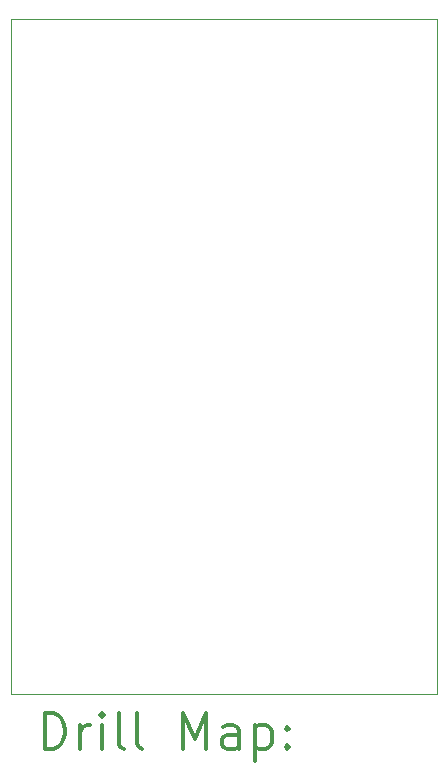
<source format=gbr>
%FSLAX45Y45*%
G04 Gerber Fmt 4.5, Leading zero omitted, Abs format (unit mm)*
G04 Created by KiCad (PCBNEW (5.1.10)-1) date 2024-05-08 08:18:52*
%MOMM*%
%LPD*%
G01*
G04 APERTURE LIST*
%TA.AperFunction,Profile*%
%ADD10C,0.050000*%
%TD*%
%ADD11C,0.200000*%
%ADD12C,0.300000*%
G04 APERTURE END LIST*
D10*
X9144000Y-9271000D02*
X9144000Y-14986000D01*
X12750800Y-9271000D02*
X9144000Y-9271000D01*
X12750800Y-14986000D02*
X12750800Y-9271000D01*
X9144000Y-14986000D02*
X12750800Y-14986000D01*
D11*
D12*
X9427928Y-15454214D02*
X9427928Y-15154214D01*
X9499357Y-15154214D01*
X9542214Y-15168500D01*
X9570786Y-15197071D01*
X9585071Y-15225643D01*
X9599357Y-15282786D01*
X9599357Y-15325643D01*
X9585071Y-15382786D01*
X9570786Y-15411357D01*
X9542214Y-15439929D01*
X9499357Y-15454214D01*
X9427928Y-15454214D01*
X9727928Y-15454214D02*
X9727928Y-15254214D01*
X9727928Y-15311357D02*
X9742214Y-15282786D01*
X9756500Y-15268500D01*
X9785071Y-15254214D01*
X9813643Y-15254214D01*
X9913643Y-15454214D02*
X9913643Y-15254214D01*
X9913643Y-15154214D02*
X9899357Y-15168500D01*
X9913643Y-15182786D01*
X9927928Y-15168500D01*
X9913643Y-15154214D01*
X9913643Y-15182786D01*
X10099357Y-15454214D02*
X10070786Y-15439929D01*
X10056500Y-15411357D01*
X10056500Y-15154214D01*
X10256500Y-15454214D02*
X10227928Y-15439929D01*
X10213643Y-15411357D01*
X10213643Y-15154214D01*
X10599357Y-15454214D02*
X10599357Y-15154214D01*
X10699357Y-15368500D01*
X10799357Y-15154214D01*
X10799357Y-15454214D01*
X11070786Y-15454214D02*
X11070786Y-15297071D01*
X11056500Y-15268500D01*
X11027928Y-15254214D01*
X10970786Y-15254214D01*
X10942214Y-15268500D01*
X11070786Y-15439929D02*
X11042214Y-15454214D01*
X10970786Y-15454214D01*
X10942214Y-15439929D01*
X10927928Y-15411357D01*
X10927928Y-15382786D01*
X10942214Y-15354214D01*
X10970786Y-15339929D01*
X11042214Y-15339929D01*
X11070786Y-15325643D01*
X11213643Y-15254214D02*
X11213643Y-15554214D01*
X11213643Y-15268500D02*
X11242214Y-15254214D01*
X11299357Y-15254214D01*
X11327928Y-15268500D01*
X11342214Y-15282786D01*
X11356500Y-15311357D01*
X11356500Y-15397071D01*
X11342214Y-15425643D01*
X11327928Y-15439929D01*
X11299357Y-15454214D01*
X11242214Y-15454214D01*
X11213643Y-15439929D01*
X11485071Y-15425643D02*
X11499357Y-15439929D01*
X11485071Y-15454214D01*
X11470786Y-15439929D01*
X11485071Y-15425643D01*
X11485071Y-15454214D01*
X11485071Y-15268500D02*
X11499357Y-15282786D01*
X11485071Y-15297071D01*
X11470786Y-15282786D01*
X11485071Y-15268500D01*
X11485071Y-15297071D01*
M02*

</source>
